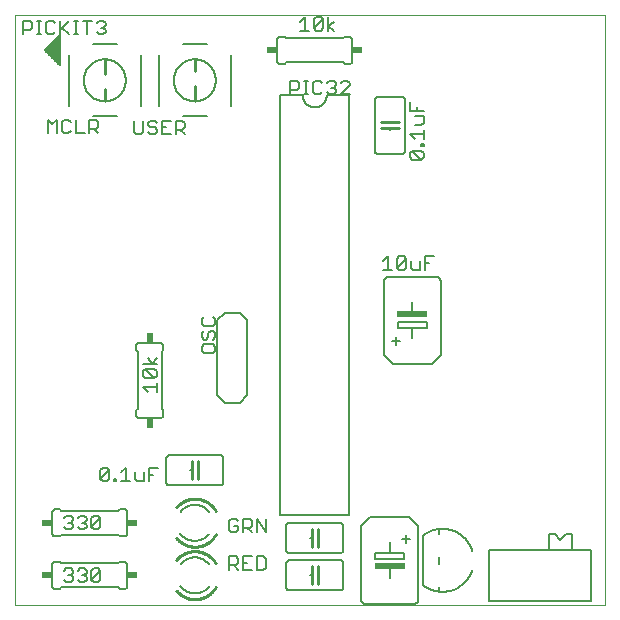
<source format=gto>
G75*
%MOIN*%
%OFA0B0*%
%FSLAX25Y25*%
%IPPOS*%
%LPD*%
%AMOC8*
5,1,8,0,0,1.08239X$1,22.5*
%
%ADD10C,0.00000*%
%ADD11C,0.00600*%
%ADD12C,0.01000*%
%ADD13R,0.10000X0.02000*%
%ADD14C,0.00500*%
%ADD15C,0.00800*%
%ADD16R,0.03400X0.02400*%
%ADD17R,0.02400X0.03400*%
D10*
X0001800Y0001800D02*
X0001800Y0198650D01*
X0198650Y0198650D01*
X0198650Y0001800D01*
X0001800Y0001800D01*
D11*
X0014300Y0008300D02*
X0014300Y0015300D01*
X0014302Y0015360D01*
X0014307Y0015421D01*
X0014316Y0015480D01*
X0014329Y0015539D01*
X0014345Y0015598D01*
X0014365Y0015655D01*
X0014388Y0015710D01*
X0014415Y0015765D01*
X0014444Y0015817D01*
X0014477Y0015868D01*
X0014513Y0015917D01*
X0014551Y0015963D01*
X0014593Y0016007D01*
X0014637Y0016049D01*
X0014683Y0016087D01*
X0014732Y0016123D01*
X0014783Y0016156D01*
X0014835Y0016185D01*
X0014890Y0016212D01*
X0014945Y0016235D01*
X0015002Y0016255D01*
X0015061Y0016271D01*
X0015120Y0016284D01*
X0015179Y0016293D01*
X0015240Y0016298D01*
X0015300Y0016300D01*
X0016800Y0016300D01*
X0017300Y0015800D01*
X0036300Y0015800D01*
X0036800Y0016300D01*
X0038300Y0016300D01*
X0038360Y0016298D01*
X0038421Y0016293D01*
X0038480Y0016284D01*
X0038539Y0016271D01*
X0038598Y0016255D01*
X0038655Y0016235D01*
X0038710Y0016212D01*
X0038765Y0016185D01*
X0038817Y0016156D01*
X0038868Y0016123D01*
X0038917Y0016087D01*
X0038963Y0016049D01*
X0039007Y0016007D01*
X0039049Y0015963D01*
X0039087Y0015917D01*
X0039123Y0015868D01*
X0039156Y0015817D01*
X0039185Y0015765D01*
X0039212Y0015710D01*
X0039235Y0015655D01*
X0039255Y0015598D01*
X0039271Y0015539D01*
X0039284Y0015480D01*
X0039293Y0015421D01*
X0039298Y0015360D01*
X0039300Y0015300D01*
X0039300Y0008300D01*
X0039298Y0008240D01*
X0039293Y0008179D01*
X0039284Y0008120D01*
X0039271Y0008061D01*
X0039255Y0008002D01*
X0039235Y0007945D01*
X0039212Y0007890D01*
X0039185Y0007835D01*
X0039156Y0007783D01*
X0039123Y0007732D01*
X0039087Y0007683D01*
X0039049Y0007637D01*
X0039007Y0007593D01*
X0038963Y0007551D01*
X0038917Y0007513D01*
X0038868Y0007477D01*
X0038817Y0007444D01*
X0038765Y0007415D01*
X0038710Y0007388D01*
X0038655Y0007365D01*
X0038598Y0007345D01*
X0038539Y0007329D01*
X0038480Y0007316D01*
X0038421Y0007307D01*
X0038360Y0007302D01*
X0038300Y0007300D01*
X0036800Y0007300D01*
X0036300Y0007800D01*
X0017300Y0007800D01*
X0016800Y0007300D01*
X0015300Y0007300D01*
X0015240Y0007302D01*
X0015179Y0007307D01*
X0015120Y0007316D01*
X0015061Y0007329D01*
X0015002Y0007345D01*
X0014945Y0007365D01*
X0014890Y0007388D01*
X0014835Y0007415D01*
X0014783Y0007444D01*
X0014732Y0007477D01*
X0014683Y0007513D01*
X0014637Y0007551D01*
X0014593Y0007593D01*
X0014551Y0007637D01*
X0014513Y0007683D01*
X0014477Y0007732D01*
X0014444Y0007783D01*
X0014415Y0007835D01*
X0014388Y0007890D01*
X0014365Y0007945D01*
X0014345Y0008002D01*
X0014329Y0008061D01*
X0014316Y0008120D01*
X0014307Y0008179D01*
X0014302Y0008240D01*
X0014300Y0008300D01*
X0015300Y0024800D02*
X0016800Y0024800D01*
X0017300Y0025300D01*
X0036300Y0025300D01*
X0036800Y0024800D01*
X0038300Y0024800D01*
X0038360Y0024802D01*
X0038421Y0024807D01*
X0038480Y0024816D01*
X0038539Y0024829D01*
X0038598Y0024845D01*
X0038655Y0024865D01*
X0038710Y0024888D01*
X0038765Y0024915D01*
X0038817Y0024944D01*
X0038868Y0024977D01*
X0038917Y0025013D01*
X0038963Y0025051D01*
X0039007Y0025093D01*
X0039049Y0025137D01*
X0039087Y0025183D01*
X0039123Y0025232D01*
X0039156Y0025283D01*
X0039185Y0025335D01*
X0039212Y0025390D01*
X0039235Y0025445D01*
X0039255Y0025502D01*
X0039271Y0025561D01*
X0039284Y0025620D01*
X0039293Y0025679D01*
X0039298Y0025740D01*
X0039300Y0025800D01*
X0039300Y0032800D01*
X0039298Y0032860D01*
X0039293Y0032921D01*
X0039284Y0032980D01*
X0039271Y0033039D01*
X0039255Y0033098D01*
X0039235Y0033155D01*
X0039212Y0033210D01*
X0039185Y0033265D01*
X0039156Y0033317D01*
X0039123Y0033368D01*
X0039087Y0033417D01*
X0039049Y0033463D01*
X0039007Y0033507D01*
X0038963Y0033549D01*
X0038917Y0033587D01*
X0038868Y0033623D01*
X0038817Y0033656D01*
X0038765Y0033685D01*
X0038710Y0033712D01*
X0038655Y0033735D01*
X0038598Y0033755D01*
X0038539Y0033771D01*
X0038480Y0033784D01*
X0038421Y0033793D01*
X0038360Y0033798D01*
X0038300Y0033800D01*
X0036800Y0033800D01*
X0036300Y0033300D01*
X0017300Y0033300D01*
X0016800Y0033800D01*
X0015300Y0033800D01*
X0015240Y0033798D01*
X0015179Y0033793D01*
X0015120Y0033784D01*
X0015061Y0033771D01*
X0015002Y0033755D01*
X0014945Y0033735D01*
X0014890Y0033712D01*
X0014835Y0033685D01*
X0014783Y0033656D01*
X0014732Y0033623D01*
X0014683Y0033587D01*
X0014637Y0033549D01*
X0014593Y0033507D01*
X0014551Y0033463D01*
X0014513Y0033417D01*
X0014477Y0033368D01*
X0014444Y0033317D01*
X0014415Y0033265D01*
X0014388Y0033210D01*
X0014365Y0033155D01*
X0014345Y0033098D01*
X0014329Y0033039D01*
X0014316Y0032980D01*
X0014307Y0032921D01*
X0014302Y0032860D01*
X0014300Y0032800D01*
X0014300Y0025800D01*
X0014302Y0025740D01*
X0014307Y0025679D01*
X0014316Y0025620D01*
X0014329Y0025561D01*
X0014345Y0025502D01*
X0014365Y0025445D01*
X0014388Y0025390D01*
X0014415Y0025335D01*
X0014444Y0025283D01*
X0014477Y0025232D01*
X0014513Y0025183D01*
X0014551Y0025137D01*
X0014593Y0025093D01*
X0014637Y0025051D01*
X0014683Y0025013D01*
X0014732Y0024977D01*
X0014783Y0024944D01*
X0014835Y0024915D01*
X0014890Y0024888D01*
X0014945Y0024865D01*
X0015002Y0024845D01*
X0015061Y0024829D01*
X0015120Y0024816D01*
X0015179Y0024807D01*
X0015240Y0024802D01*
X0015300Y0024800D01*
X0052300Y0042800D02*
X0052300Y0050800D01*
X0052302Y0050860D01*
X0052307Y0050921D01*
X0052316Y0050980D01*
X0052329Y0051039D01*
X0052345Y0051098D01*
X0052365Y0051155D01*
X0052388Y0051210D01*
X0052415Y0051265D01*
X0052444Y0051317D01*
X0052477Y0051368D01*
X0052513Y0051417D01*
X0052551Y0051463D01*
X0052593Y0051507D01*
X0052637Y0051549D01*
X0052683Y0051587D01*
X0052732Y0051623D01*
X0052783Y0051656D01*
X0052835Y0051685D01*
X0052890Y0051712D01*
X0052945Y0051735D01*
X0053002Y0051755D01*
X0053061Y0051771D01*
X0053120Y0051784D01*
X0053179Y0051793D01*
X0053240Y0051798D01*
X0053300Y0051800D01*
X0070300Y0051800D01*
X0070360Y0051798D01*
X0070421Y0051793D01*
X0070480Y0051784D01*
X0070539Y0051771D01*
X0070598Y0051755D01*
X0070655Y0051735D01*
X0070710Y0051712D01*
X0070765Y0051685D01*
X0070817Y0051656D01*
X0070868Y0051623D01*
X0070917Y0051587D01*
X0070963Y0051549D01*
X0071007Y0051507D01*
X0071049Y0051463D01*
X0071087Y0051417D01*
X0071123Y0051368D01*
X0071156Y0051317D01*
X0071185Y0051265D01*
X0071212Y0051210D01*
X0071235Y0051155D01*
X0071255Y0051098D01*
X0071271Y0051039D01*
X0071284Y0050980D01*
X0071293Y0050921D01*
X0071298Y0050860D01*
X0071300Y0050800D01*
X0071300Y0042800D01*
X0071298Y0042740D01*
X0071293Y0042679D01*
X0071284Y0042620D01*
X0071271Y0042561D01*
X0071255Y0042502D01*
X0071235Y0042445D01*
X0071212Y0042390D01*
X0071185Y0042335D01*
X0071156Y0042283D01*
X0071123Y0042232D01*
X0071087Y0042183D01*
X0071049Y0042137D01*
X0071007Y0042093D01*
X0070963Y0042051D01*
X0070917Y0042013D01*
X0070868Y0041977D01*
X0070817Y0041944D01*
X0070765Y0041915D01*
X0070710Y0041888D01*
X0070655Y0041865D01*
X0070598Y0041845D01*
X0070539Y0041829D01*
X0070480Y0041816D01*
X0070421Y0041807D01*
X0070360Y0041802D01*
X0070300Y0041800D01*
X0053300Y0041800D01*
X0053240Y0041802D01*
X0053179Y0041807D01*
X0053120Y0041816D01*
X0053061Y0041829D01*
X0053002Y0041845D01*
X0052945Y0041865D01*
X0052890Y0041888D01*
X0052835Y0041915D01*
X0052783Y0041944D01*
X0052732Y0041977D01*
X0052683Y0042013D01*
X0052637Y0042051D01*
X0052593Y0042093D01*
X0052551Y0042137D01*
X0052513Y0042183D01*
X0052477Y0042232D01*
X0052444Y0042283D01*
X0052415Y0042335D01*
X0052388Y0042390D01*
X0052365Y0042445D01*
X0052345Y0042502D01*
X0052329Y0042561D01*
X0052316Y0042620D01*
X0052307Y0042679D01*
X0052302Y0042740D01*
X0052300Y0042800D01*
X0060300Y0046800D02*
X0060800Y0046800D01*
X0062800Y0046800D02*
X0063300Y0046800D01*
X0050300Y0064300D02*
X0043300Y0064300D01*
X0043240Y0064302D01*
X0043179Y0064307D01*
X0043120Y0064316D01*
X0043061Y0064329D01*
X0043002Y0064345D01*
X0042945Y0064365D01*
X0042890Y0064388D01*
X0042835Y0064415D01*
X0042783Y0064444D01*
X0042732Y0064477D01*
X0042683Y0064513D01*
X0042637Y0064551D01*
X0042593Y0064593D01*
X0042551Y0064637D01*
X0042513Y0064683D01*
X0042477Y0064732D01*
X0042444Y0064783D01*
X0042415Y0064835D01*
X0042388Y0064890D01*
X0042365Y0064945D01*
X0042345Y0065002D01*
X0042329Y0065061D01*
X0042316Y0065120D01*
X0042307Y0065179D01*
X0042302Y0065240D01*
X0042300Y0065300D01*
X0042300Y0066800D01*
X0042800Y0067300D01*
X0042800Y0086300D01*
X0042300Y0086800D01*
X0042300Y0088300D01*
X0042302Y0088360D01*
X0042307Y0088421D01*
X0042316Y0088480D01*
X0042329Y0088539D01*
X0042345Y0088598D01*
X0042365Y0088655D01*
X0042388Y0088710D01*
X0042415Y0088765D01*
X0042444Y0088817D01*
X0042477Y0088868D01*
X0042513Y0088917D01*
X0042551Y0088963D01*
X0042593Y0089007D01*
X0042637Y0089049D01*
X0042683Y0089087D01*
X0042732Y0089123D01*
X0042783Y0089156D01*
X0042835Y0089185D01*
X0042890Y0089212D01*
X0042945Y0089235D01*
X0043002Y0089255D01*
X0043061Y0089271D01*
X0043120Y0089284D01*
X0043179Y0089293D01*
X0043240Y0089298D01*
X0043300Y0089300D01*
X0050300Y0089300D01*
X0050360Y0089298D01*
X0050421Y0089293D01*
X0050480Y0089284D01*
X0050539Y0089271D01*
X0050598Y0089255D01*
X0050655Y0089235D01*
X0050710Y0089212D01*
X0050765Y0089185D01*
X0050817Y0089156D01*
X0050868Y0089123D01*
X0050917Y0089087D01*
X0050963Y0089049D01*
X0051007Y0089007D01*
X0051049Y0088963D01*
X0051087Y0088917D01*
X0051123Y0088868D01*
X0051156Y0088817D01*
X0051185Y0088765D01*
X0051212Y0088710D01*
X0051235Y0088655D01*
X0051255Y0088598D01*
X0051271Y0088539D01*
X0051284Y0088480D01*
X0051293Y0088421D01*
X0051298Y0088360D01*
X0051300Y0088300D01*
X0051300Y0086800D01*
X0050800Y0086300D01*
X0050800Y0067300D01*
X0051300Y0066800D01*
X0051300Y0065300D01*
X0051298Y0065240D01*
X0051293Y0065179D01*
X0051284Y0065120D01*
X0051271Y0065061D01*
X0051255Y0065002D01*
X0051235Y0064945D01*
X0051212Y0064890D01*
X0051185Y0064835D01*
X0051156Y0064783D01*
X0051123Y0064732D01*
X0051087Y0064683D01*
X0051049Y0064637D01*
X0051007Y0064593D01*
X0050963Y0064551D01*
X0050917Y0064513D01*
X0050868Y0064477D01*
X0050817Y0064444D01*
X0050765Y0064415D01*
X0050710Y0064388D01*
X0050655Y0064365D01*
X0050598Y0064345D01*
X0050539Y0064329D01*
X0050480Y0064316D01*
X0050421Y0064307D01*
X0050360Y0064302D01*
X0050300Y0064300D01*
X0066600Y0025700D02*
X0066508Y0025581D01*
X0066414Y0025464D01*
X0066316Y0025350D01*
X0066216Y0025238D01*
X0066112Y0025128D01*
X0066007Y0025022D01*
X0065898Y0024917D01*
X0065787Y0024816D01*
X0065673Y0024718D01*
X0065557Y0024622D01*
X0065439Y0024529D01*
X0065318Y0024440D01*
X0065195Y0024353D01*
X0065070Y0024270D01*
X0064943Y0024189D01*
X0064814Y0024112D01*
X0064683Y0024038D01*
X0064550Y0023967D01*
X0064416Y0023900D01*
X0064280Y0023836D01*
X0064142Y0023776D01*
X0064003Y0023719D01*
X0063862Y0023666D01*
X0063720Y0023616D01*
X0063577Y0023569D01*
X0063433Y0023527D01*
X0063288Y0023487D01*
X0063142Y0023452D01*
X0062995Y0023420D01*
X0062847Y0023392D01*
X0062699Y0023368D01*
X0062550Y0023347D01*
X0062400Y0023330D01*
X0062251Y0023317D01*
X0062101Y0023308D01*
X0061950Y0023302D01*
X0061800Y0023300D01*
X0066536Y0032983D02*
X0066442Y0033102D01*
X0066344Y0033218D01*
X0066244Y0033332D01*
X0066140Y0033443D01*
X0066034Y0033551D01*
X0065926Y0033657D01*
X0065814Y0033759D01*
X0065700Y0033859D01*
X0065584Y0033957D01*
X0065465Y0034051D01*
X0065344Y0034142D01*
X0065220Y0034230D01*
X0065094Y0034315D01*
X0064967Y0034396D01*
X0064837Y0034475D01*
X0064705Y0034550D01*
X0064572Y0034621D01*
X0064436Y0034690D01*
X0064299Y0034755D01*
X0064161Y0034816D01*
X0064020Y0034874D01*
X0063879Y0034928D01*
X0063736Y0034979D01*
X0063592Y0035026D01*
X0063447Y0035070D01*
X0063300Y0035109D01*
X0063153Y0035145D01*
X0063005Y0035178D01*
X0062856Y0035206D01*
X0062706Y0035231D01*
X0062556Y0035252D01*
X0062406Y0035269D01*
X0062254Y0035283D01*
X0062103Y0035292D01*
X0061952Y0035298D01*
X0061800Y0035300D01*
X0056918Y0025813D02*
X0057009Y0025688D01*
X0057103Y0025566D01*
X0057201Y0025447D01*
X0057301Y0025330D01*
X0057405Y0025216D01*
X0057511Y0025104D01*
X0057620Y0024996D01*
X0057732Y0024890D01*
X0057847Y0024787D01*
X0057964Y0024687D01*
X0058084Y0024589D01*
X0058206Y0024496D01*
X0058330Y0024405D01*
X0058457Y0024317D01*
X0058586Y0024233D01*
X0058718Y0024152D01*
X0058851Y0024075D01*
X0058986Y0024001D01*
X0059123Y0023930D01*
X0059262Y0023863D01*
X0059402Y0023800D01*
X0059545Y0023740D01*
X0059688Y0023684D01*
X0059833Y0023632D01*
X0059979Y0023583D01*
X0060127Y0023538D01*
X0060275Y0023497D01*
X0060425Y0023460D01*
X0060575Y0023426D01*
X0060727Y0023397D01*
X0060879Y0023371D01*
X0061031Y0023349D01*
X0061184Y0023332D01*
X0061338Y0023318D01*
X0061492Y0023308D01*
X0061646Y0023302D01*
X0061800Y0023300D01*
X0057064Y0032983D02*
X0057158Y0033102D01*
X0057256Y0033218D01*
X0057356Y0033332D01*
X0057460Y0033443D01*
X0057566Y0033551D01*
X0057674Y0033657D01*
X0057786Y0033759D01*
X0057900Y0033859D01*
X0058016Y0033957D01*
X0058135Y0034051D01*
X0058256Y0034142D01*
X0058380Y0034230D01*
X0058506Y0034315D01*
X0058633Y0034396D01*
X0058763Y0034475D01*
X0058895Y0034550D01*
X0059028Y0034621D01*
X0059164Y0034690D01*
X0059301Y0034755D01*
X0059439Y0034816D01*
X0059580Y0034874D01*
X0059721Y0034928D01*
X0059864Y0034979D01*
X0060008Y0035026D01*
X0060153Y0035070D01*
X0060300Y0035109D01*
X0060447Y0035145D01*
X0060595Y0035178D01*
X0060744Y0035206D01*
X0060894Y0035231D01*
X0061044Y0035252D01*
X0061194Y0035269D01*
X0061346Y0035283D01*
X0061497Y0035292D01*
X0061648Y0035298D01*
X0061800Y0035300D01*
X0066600Y0008200D02*
X0066508Y0008081D01*
X0066414Y0007964D01*
X0066316Y0007850D01*
X0066216Y0007738D01*
X0066112Y0007628D01*
X0066007Y0007522D01*
X0065898Y0007417D01*
X0065787Y0007316D01*
X0065673Y0007218D01*
X0065557Y0007122D01*
X0065439Y0007029D01*
X0065318Y0006940D01*
X0065195Y0006853D01*
X0065070Y0006770D01*
X0064943Y0006689D01*
X0064814Y0006612D01*
X0064683Y0006538D01*
X0064550Y0006467D01*
X0064416Y0006400D01*
X0064280Y0006336D01*
X0064142Y0006276D01*
X0064003Y0006219D01*
X0063862Y0006166D01*
X0063720Y0006116D01*
X0063577Y0006069D01*
X0063433Y0006027D01*
X0063288Y0005987D01*
X0063142Y0005952D01*
X0062995Y0005920D01*
X0062847Y0005892D01*
X0062699Y0005868D01*
X0062550Y0005847D01*
X0062400Y0005830D01*
X0062251Y0005817D01*
X0062101Y0005808D01*
X0061950Y0005802D01*
X0061800Y0005800D01*
X0066536Y0015483D02*
X0066442Y0015602D01*
X0066344Y0015718D01*
X0066244Y0015832D01*
X0066140Y0015943D01*
X0066034Y0016051D01*
X0065926Y0016157D01*
X0065814Y0016259D01*
X0065700Y0016359D01*
X0065584Y0016457D01*
X0065465Y0016551D01*
X0065344Y0016642D01*
X0065220Y0016730D01*
X0065094Y0016815D01*
X0064967Y0016896D01*
X0064837Y0016975D01*
X0064705Y0017050D01*
X0064572Y0017121D01*
X0064436Y0017190D01*
X0064299Y0017255D01*
X0064161Y0017316D01*
X0064020Y0017374D01*
X0063879Y0017428D01*
X0063736Y0017479D01*
X0063592Y0017526D01*
X0063447Y0017570D01*
X0063300Y0017609D01*
X0063153Y0017645D01*
X0063005Y0017678D01*
X0062856Y0017706D01*
X0062706Y0017731D01*
X0062556Y0017752D01*
X0062406Y0017769D01*
X0062254Y0017783D01*
X0062103Y0017792D01*
X0061952Y0017798D01*
X0061800Y0017800D01*
X0056918Y0008313D02*
X0057009Y0008188D01*
X0057103Y0008066D01*
X0057201Y0007947D01*
X0057301Y0007830D01*
X0057405Y0007716D01*
X0057511Y0007604D01*
X0057620Y0007496D01*
X0057732Y0007390D01*
X0057847Y0007287D01*
X0057964Y0007187D01*
X0058084Y0007089D01*
X0058206Y0006996D01*
X0058330Y0006905D01*
X0058457Y0006817D01*
X0058586Y0006733D01*
X0058718Y0006652D01*
X0058851Y0006575D01*
X0058986Y0006501D01*
X0059123Y0006430D01*
X0059262Y0006363D01*
X0059402Y0006300D01*
X0059545Y0006240D01*
X0059688Y0006184D01*
X0059833Y0006132D01*
X0059979Y0006083D01*
X0060127Y0006038D01*
X0060275Y0005997D01*
X0060425Y0005960D01*
X0060575Y0005926D01*
X0060727Y0005897D01*
X0060879Y0005871D01*
X0061031Y0005849D01*
X0061184Y0005832D01*
X0061338Y0005818D01*
X0061492Y0005808D01*
X0061646Y0005802D01*
X0061800Y0005800D01*
X0057064Y0015483D02*
X0057158Y0015602D01*
X0057256Y0015718D01*
X0057356Y0015832D01*
X0057460Y0015943D01*
X0057566Y0016051D01*
X0057674Y0016157D01*
X0057786Y0016259D01*
X0057900Y0016359D01*
X0058016Y0016457D01*
X0058135Y0016551D01*
X0058256Y0016642D01*
X0058380Y0016730D01*
X0058506Y0016815D01*
X0058633Y0016896D01*
X0058763Y0016975D01*
X0058895Y0017050D01*
X0059028Y0017121D01*
X0059164Y0017190D01*
X0059301Y0017255D01*
X0059439Y0017316D01*
X0059580Y0017374D01*
X0059721Y0017428D01*
X0059864Y0017479D01*
X0060008Y0017526D01*
X0060153Y0017570D01*
X0060300Y0017609D01*
X0060447Y0017645D01*
X0060595Y0017678D01*
X0060744Y0017706D01*
X0060894Y0017731D01*
X0061044Y0017752D01*
X0061194Y0017769D01*
X0061346Y0017783D01*
X0061497Y0017792D01*
X0061648Y0017798D01*
X0061800Y0017800D01*
X0090300Y0031800D02*
X0113300Y0031800D01*
X0113300Y0171800D01*
X0105800Y0171800D01*
X0105798Y0171674D01*
X0105792Y0171549D01*
X0105782Y0171424D01*
X0105768Y0171299D01*
X0105751Y0171174D01*
X0105729Y0171050D01*
X0105704Y0170927D01*
X0105674Y0170805D01*
X0105641Y0170684D01*
X0105604Y0170564D01*
X0105564Y0170445D01*
X0105519Y0170328D01*
X0105471Y0170211D01*
X0105419Y0170097D01*
X0105364Y0169984D01*
X0105305Y0169873D01*
X0105243Y0169764D01*
X0105177Y0169657D01*
X0105108Y0169552D01*
X0105036Y0169449D01*
X0104961Y0169348D01*
X0104882Y0169250D01*
X0104800Y0169155D01*
X0104716Y0169062D01*
X0104628Y0168972D01*
X0104538Y0168884D01*
X0104445Y0168800D01*
X0104350Y0168718D01*
X0104252Y0168639D01*
X0104151Y0168564D01*
X0104048Y0168492D01*
X0103943Y0168423D01*
X0103836Y0168357D01*
X0103727Y0168295D01*
X0103616Y0168236D01*
X0103503Y0168181D01*
X0103389Y0168129D01*
X0103272Y0168081D01*
X0103155Y0168036D01*
X0103036Y0167996D01*
X0102916Y0167959D01*
X0102795Y0167926D01*
X0102673Y0167896D01*
X0102550Y0167871D01*
X0102426Y0167849D01*
X0102301Y0167832D01*
X0102176Y0167818D01*
X0102051Y0167808D01*
X0101926Y0167802D01*
X0101800Y0167800D01*
X0101674Y0167802D01*
X0101549Y0167808D01*
X0101424Y0167818D01*
X0101299Y0167832D01*
X0101174Y0167849D01*
X0101050Y0167871D01*
X0100927Y0167896D01*
X0100805Y0167926D01*
X0100684Y0167959D01*
X0100564Y0167996D01*
X0100445Y0168036D01*
X0100328Y0168081D01*
X0100211Y0168129D01*
X0100097Y0168181D01*
X0099984Y0168236D01*
X0099873Y0168295D01*
X0099764Y0168357D01*
X0099657Y0168423D01*
X0099552Y0168492D01*
X0099449Y0168564D01*
X0099348Y0168639D01*
X0099250Y0168718D01*
X0099155Y0168800D01*
X0099062Y0168884D01*
X0098972Y0168972D01*
X0098884Y0169062D01*
X0098800Y0169155D01*
X0098718Y0169250D01*
X0098639Y0169348D01*
X0098564Y0169449D01*
X0098492Y0169552D01*
X0098423Y0169657D01*
X0098357Y0169764D01*
X0098295Y0169873D01*
X0098236Y0169984D01*
X0098181Y0170097D01*
X0098129Y0170211D01*
X0098081Y0170328D01*
X0098036Y0170445D01*
X0097996Y0170564D01*
X0097959Y0170684D01*
X0097926Y0170805D01*
X0097896Y0170927D01*
X0097871Y0171050D01*
X0097849Y0171174D01*
X0097832Y0171299D01*
X0097818Y0171424D01*
X0097808Y0171549D01*
X0097802Y0171674D01*
X0097800Y0171800D01*
X0090300Y0171800D01*
X0090300Y0031800D01*
X0092300Y0028300D02*
X0092300Y0020300D01*
X0092302Y0020240D01*
X0092307Y0020179D01*
X0092316Y0020120D01*
X0092329Y0020061D01*
X0092345Y0020002D01*
X0092365Y0019945D01*
X0092388Y0019890D01*
X0092415Y0019835D01*
X0092444Y0019783D01*
X0092477Y0019732D01*
X0092513Y0019683D01*
X0092551Y0019637D01*
X0092593Y0019593D01*
X0092637Y0019551D01*
X0092683Y0019513D01*
X0092732Y0019477D01*
X0092783Y0019444D01*
X0092835Y0019415D01*
X0092890Y0019388D01*
X0092945Y0019365D01*
X0093002Y0019345D01*
X0093061Y0019329D01*
X0093120Y0019316D01*
X0093179Y0019307D01*
X0093240Y0019302D01*
X0093300Y0019300D01*
X0110300Y0019300D01*
X0110360Y0019302D01*
X0110421Y0019307D01*
X0110480Y0019316D01*
X0110539Y0019329D01*
X0110598Y0019345D01*
X0110655Y0019365D01*
X0110710Y0019388D01*
X0110765Y0019415D01*
X0110817Y0019444D01*
X0110868Y0019477D01*
X0110917Y0019513D01*
X0110963Y0019551D01*
X0111007Y0019593D01*
X0111049Y0019637D01*
X0111087Y0019683D01*
X0111123Y0019732D01*
X0111156Y0019783D01*
X0111185Y0019835D01*
X0111212Y0019890D01*
X0111235Y0019945D01*
X0111255Y0020002D01*
X0111271Y0020061D01*
X0111284Y0020120D01*
X0111293Y0020179D01*
X0111298Y0020240D01*
X0111300Y0020300D01*
X0111300Y0028300D01*
X0111298Y0028360D01*
X0111293Y0028421D01*
X0111284Y0028480D01*
X0111271Y0028539D01*
X0111255Y0028598D01*
X0111235Y0028655D01*
X0111212Y0028710D01*
X0111185Y0028765D01*
X0111156Y0028817D01*
X0111123Y0028868D01*
X0111087Y0028917D01*
X0111049Y0028963D01*
X0111007Y0029007D01*
X0110963Y0029049D01*
X0110917Y0029087D01*
X0110868Y0029123D01*
X0110817Y0029156D01*
X0110765Y0029185D01*
X0110710Y0029212D01*
X0110655Y0029235D01*
X0110598Y0029255D01*
X0110539Y0029271D01*
X0110480Y0029284D01*
X0110421Y0029293D01*
X0110360Y0029298D01*
X0110300Y0029300D01*
X0093300Y0029300D01*
X0093240Y0029298D01*
X0093179Y0029293D01*
X0093120Y0029284D01*
X0093061Y0029271D01*
X0093002Y0029255D01*
X0092945Y0029235D01*
X0092890Y0029212D01*
X0092835Y0029185D01*
X0092783Y0029156D01*
X0092732Y0029123D01*
X0092683Y0029087D01*
X0092637Y0029049D01*
X0092593Y0029007D01*
X0092551Y0028963D01*
X0092513Y0028917D01*
X0092477Y0028868D01*
X0092444Y0028817D01*
X0092415Y0028765D01*
X0092388Y0028710D01*
X0092365Y0028655D01*
X0092345Y0028598D01*
X0092329Y0028539D01*
X0092316Y0028480D01*
X0092307Y0028421D01*
X0092302Y0028360D01*
X0092300Y0028300D01*
X0100300Y0024300D02*
X0100800Y0024300D01*
X0102800Y0024300D02*
X0103300Y0024300D01*
X0110300Y0016800D02*
X0093300Y0016800D01*
X0093240Y0016798D01*
X0093179Y0016793D01*
X0093120Y0016784D01*
X0093061Y0016771D01*
X0093002Y0016755D01*
X0092945Y0016735D01*
X0092890Y0016712D01*
X0092835Y0016685D01*
X0092783Y0016656D01*
X0092732Y0016623D01*
X0092683Y0016587D01*
X0092637Y0016549D01*
X0092593Y0016507D01*
X0092551Y0016463D01*
X0092513Y0016417D01*
X0092477Y0016368D01*
X0092444Y0016317D01*
X0092415Y0016265D01*
X0092388Y0016210D01*
X0092365Y0016155D01*
X0092345Y0016098D01*
X0092329Y0016039D01*
X0092316Y0015980D01*
X0092307Y0015921D01*
X0092302Y0015860D01*
X0092300Y0015800D01*
X0092300Y0007800D01*
X0092302Y0007740D01*
X0092307Y0007679D01*
X0092316Y0007620D01*
X0092329Y0007561D01*
X0092345Y0007502D01*
X0092365Y0007445D01*
X0092388Y0007390D01*
X0092415Y0007335D01*
X0092444Y0007283D01*
X0092477Y0007232D01*
X0092513Y0007183D01*
X0092551Y0007137D01*
X0092593Y0007093D01*
X0092637Y0007051D01*
X0092683Y0007013D01*
X0092732Y0006977D01*
X0092783Y0006944D01*
X0092835Y0006915D01*
X0092890Y0006888D01*
X0092945Y0006865D01*
X0093002Y0006845D01*
X0093061Y0006829D01*
X0093120Y0006816D01*
X0093179Y0006807D01*
X0093240Y0006802D01*
X0093300Y0006800D01*
X0110300Y0006800D01*
X0110360Y0006802D01*
X0110421Y0006807D01*
X0110480Y0006816D01*
X0110539Y0006829D01*
X0110598Y0006845D01*
X0110655Y0006865D01*
X0110710Y0006888D01*
X0110765Y0006915D01*
X0110817Y0006944D01*
X0110868Y0006977D01*
X0110917Y0007013D01*
X0110963Y0007051D01*
X0111007Y0007093D01*
X0111049Y0007137D01*
X0111087Y0007183D01*
X0111123Y0007232D01*
X0111156Y0007283D01*
X0111185Y0007335D01*
X0111212Y0007390D01*
X0111235Y0007445D01*
X0111255Y0007502D01*
X0111271Y0007561D01*
X0111284Y0007620D01*
X0111293Y0007679D01*
X0111298Y0007740D01*
X0111300Y0007800D01*
X0111300Y0015800D01*
X0111298Y0015860D01*
X0111293Y0015921D01*
X0111284Y0015980D01*
X0111271Y0016039D01*
X0111255Y0016098D01*
X0111235Y0016155D01*
X0111212Y0016210D01*
X0111185Y0016265D01*
X0111156Y0016317D01*
X0111123Y0016368D01*
X0111087Y0016417D01*
X0111049Y0016463D01*
X0111007Y0016507D01*
X0110963Y0016549D01*
X0110917Y0016587D01*
X0110868Y0016623D01*
X0110817Y0016656D01*
X0110765Y0016685D01*
X0110710Y0016712D01*
X0110655Y0016735D01*
X0110598Y0016755D01*
X0110539Y0016771D01*
X0110480Y0016784D01*
X0110421Y0016793D01*
X0110360Y0016798D01*
X0110300Y0016800D01*
X0103300Y0011800D02*
X0102800Y0011800D01*
X0100800Y0011800D02*
X0100300Y0011800D01*
X0117300Y0003800D02*
X0117300Y0028300D01*
X0120300Y0031300D01*
X0133300Y0031300D01*
X0136300Y0028300D01*
X0136300Y0003800D01*
X0136298Y0003724D01*
X0136292Y0003648D01*
X0136283Y0003573D01*
X0136269Y0003498D01*
X0136252Y0003424D01*
X0136231Y0003351D01*
X0136207Y0003279D01*
X0136178Y0003208D01*
X0136147Y0003139D01*
X0136112Y0003072D01*
X0136073Y0003007D01*
X0136031Y0002943D01*
X0135986Y0002882D01*
X0135938Y0002823D01*
X0135887Y0002767D01*
X0135833Y0002713D01*
X0135777Y0002662D01*
X0135718Y0002614D01*
X0135657Y0002569D01*
X0135593Y0002527D01*
X0135528Y0002488D01*
X0135461Y0002453D01*
X0135392Y0002422D01*
X0135321Y0002393D01*
X0135249Y0002369D01*
X0135176Y0002348D01*
X0135102Y0002331D01*
X0135027Y0002317D01*
X0134952Y0002308D01*
X0134876Y0002302D01*
X0134800Y0002300D01*
X0118800Y0002300D01*
X0118724Y0002302D01*
X0118648Y0002308D01*
X0118573Y0002317D01*
X0118498Y0002331D01*
X0118424Y0002348D01*
X0118351Y0002369D01*
X0118279Y0002393D01*
X0118208Y0002422D01*
X0118139Y0002453D01*
X0118072Y0002488D01*
X0118007Y0002527D01*
X0117943Y0002569D01*
X0117882Y0002614D01*
X0117823Y0002662D01*
X0117767Y0002713D01*
X0117713Y0002767D01*
X0117662Y0002823D01*
X0117614Y0002882D01*
X0117569Y0002943D01*
X0117527Y0003007D01*
X0117488Y0003072D01*
X0117453Y0003139D01*
X0117422Y0003208D01*
X0117393Y0003279D01*
X0117369Y0003351D01*
X0117348Y0003424D01*
X0117331Y0003498D01*
X0117317Y0003573D01*
X0117308Y0003648D01*
X0117302Y0003724D01*
X0117300Y0003800D01*
X0126800Y0010800D02*
X0126800Y0014300D01*
X0126800Y0019300D02*
X0131600Y0019300D01*
X0131600Y0017300D01*
X0122000Y0017300D01*
X0122000Y0019300D01*
X0126800Y0019300D01*
X0126800Y0022800D01*
X0130900Y0023800D02*
X0133400Y0023800D01*
X0132200Y0022500D02*
X0132200Y0025100D01*
X0127800Y0082300D02*
X0140800Y0082300D01*
X0143800Y0085300D01*
X0143800Y0109800D01*
X0143798Y0109876D01*
X0143792Y0109952D01*
X0143783Y0110027D01*
X0143769Y0110102D01*
X0143752Y0110176D01*
X0143731Y0110249D01*
X0143707Y0110321D01*
X0143678Y0110392D01*
X0143647Y0110461D01*
X0143612Y0110528D01*
X0143573Y0110593D01*
X0143531Y0110657D01*
X0143486Y0110718D01*
X0143438Y0110777D01*
X0143387Y0110833D01*
X0143333Y0110887D01*
X0143277Y0110938D01*
X0143218Y0110986D01*
X0143157Y0111031D01*
X0143093Y0111073D01*
X0143028Y0111112D01*
X0142961Y0111147D01*
X0142892Y0111178D01*
X0142821Y0111207D01*
X0142749Y0111231D01*
X0142676Y0111252D01*
X0142602Y0111269D01*
X0142527Y0111283D01*
X0142452Y0111292D01*
X0142376Y0111298D01*
X0142300Y0111300D01*
X0126300Y0111300D01*
X0126224Y0111298D01*
X0126148Y0111292D01*
X0126073Y0111283D01*
X0125998Y0111269D01*
X0125924Y0111252D01*
X0125851Y0111231D01*
X0125779Y0111207D01*
X0125708Y0111178D01*
X0125639Y0111147D01*
X0125572Y0111112D01*
X0125507Y0111073D01*
X0125443Y0111031D01*
X0125382Y0110986D01*
X0125323Y0110938D01*
X0125267Y0110887D01*
X0125213Y0110833D01*
X0125162Y0110777D01*
X0125114Y0110718D01*
X0125069Y0110657D01*
X0125027Y0110593D01*
X0124988Y0110528D01*
X0124953Y0110461D01*
X0124922Y0110392D01*
X0124893Y0110321D01*
X0124869Y0110249D01*
X0124848Y0110176D01*
X0124831Y0110102D01*
X0124817Y0110027D01*
X0124808Y0109952D01*
X0124802Y0109876D01*
X0124800Y0109800D01*
X0124800Y0085300D01*
X0127800Y0082300D01*
X0128900Y0088500D02*
X0128900Y0091100D01*
X0127700Y0089800D02*
X0130200Y0089800D01*
X0134300Y0090800D02*
X0134300Y0094300D01*
X0129500Y0094300D01*
X0129500Y0096300D01*
X0139100Y0096300D01*
X0139100Y0094300D01*
X0134300Y0094300D01*
X0134300Y0099300D02*
X0134300Y0102800D01*
X0130800Y0152300D02*
X0122800Y0152300D01*
X0122740Y0152302D01*
X0122679Y0152307D01*
X0122620Y0152316D01*
X0122561Y0152329D01*
X0122502Y0152345D01*
X0122445Y0152365D01*
X0122390Y0152388D01*
X0122335Y0152415D01*
X0122283Y0152444D01*
X0122232Y0152477D01*
X0122183Y0152513D01*
X0122137Y0152551D01*
X0122093Y0152593D01*
X0122051Y0152637D01*
X0122013Y0152683D01*
X0121977Y0152732D01*
X0121944Y0152783D01*
X0121915Y0152835D01*
X0121888Y0152890D01*
X0121865Y0152945D01*
X0121845Y0153002D01*
X0121829Y0153061D01*
X0121816Y0153120D01*
X0121807Y0153179D01*
X0121802Y0153240D01*
X0121800Y0153300D01*
X0121800Y0170300D01*
X0121802Y0170360D01*
X0121807Y0170421D01*
X0121816Y0170480D01*
X0121829Y0170539D01*
X0121845Y0170598D01*
X0121865Y0170655D01*
X0121888Y0170710D01*
X0121915Y0170765D01*
X0121944Y0170817D01*
X0121977Y0170868D01*
X0122013Y0170917D01*
X0122051Y0170963D01*
X0122093Y0171007D01*
X0122137Y0171049D01*
X0122183Y0171087D01*
X0122232Y0171123D01*
X0122283Y0171156D01*
X0122335Y0171185D01*
X0122390Y0171212D01*
X0122445Y0171235D01*
X0122502Y0171255D01*
X0122561Y0171271D01*
X0122620Y0171284D01*
X0122679Y0171293D01*
X0122740Y0171298D01*
X0122800Y0171300D01*
X0130800Y0171300D01*
X0130860Y0171298D01*
X0130921Y0171293D01*
X0130980Y0171284D01*
X0131039Y0171271D01*
X0131098Y0171255D01*
X0131155Y0171235D01*
X0131210Y0171212D01*
X0131265Y0171185D01*
X0131317Y0171156D01*
X0131368Y0171123D01*
X0131417Y0171087D01*
X0131463Y0171049D01*
X0131507Y0171007D01*
X0131549Y0170963D01*
X0131587Y0170917D01*
X0131623Y0170868D01*
X0131656Y0170817D01*
X0131685Y0170765D01*
X0131712Y0170710D01*
X0131735Y0170655D01*
X0131755Y0170598D01*
X0131771Y0170539D01*
X0131784Y0170480D01*
X0131793Y0170421D01*
X0131798Y0170360D01*
X0131800Y0170300D01*
X0131800Y0153300D01*
X0131798Y0153240D01*
X0131793Y0153179D01*
X0131784Y0153120D01*
X0131771Y0153061D01*
X0131755Y0153002D01*
X0131735Y0152945D01*
X0131712Y0152890D01*
X0131685Y0152835D01*
X0131656Y0152783D01*
X0131623Y0152732D01*
X0131587Y0152683D01*
X0131549Y0152637D01*
X0131507Y0152593D01*
X0131463Y0152551D01*
X0131417Y0152513D01*
X0131368Y0152477D01*
X0131317Y0152444D01*
X0131265Y0152415D01*
X0131210Y0152388D01*
X0131155Y0152365D01*
X0131098Y0152345D01*
X0131039Y0152329D01*
X0130980Y0152316D01*
X0130921Y0152307D01*
X0130860Y0152302D01*
X0130800Y0152300D01*
X0126800Y0160300D02*
X0126800Y0160800D01*
X0126800Y0162800D02*
X0126800Y0163300D01*
X0113300Y0182300D02*
X0111800Y0182300D01*
X0111300Y0182800D01*
X0092300Y0182800D01*
X0091800Y0182300D01*
X0090300Y0182300D01*
X0090240Y0182302D01*
X0090179Y0182307D01*
X0090120Y0182316D01*
X0090061Y0182329D01*
X0090002Y0182345D01*
X0089945Y0182365D01*
X0089890Y0182388D01*
X0089835Y0182415D01*
X0089783Y0182444D01*
X0089732Y0182477D01*
X0089683Y0182513D01*
X0089637Y0182551D01*
X0089593Y0182593D01*
X0089551Y0182637D01*
X0089513Y0182683D01*
X0089477Y0182732D01*
X0089444Y0182783D01*
X0089415Y0182835D01*
X0089388Y0182890D01*
X0089365Y0182945D01*
X0089345Y0183002D01*
X0089329Y0183061D01*
X0089316Y0183120D01*
X0089307Y0183179D01*
X0089302Y0183240D01*
X0089300Y0183300D01*
X0089300Y0190300D01*
X0089302Y0190360D01*
X0089307Y0190421D01*
X0089316Y0190480D01*
X0089329Y0190539D01*
X0089345Y0190598D01*
X0089365Y0190655D01*
X0089388Y0190710D01*
X0089415Y0190765D01*
X0089444Y0190817D01*
X0089477Y0190868D01*
X0089513Y0190917D01*
X0089551Y0190963D01*
X0089593Y0191007D01*
X0089637Y0191049D01*
X0089683Y0191087D01*
X0089732Y0191123D01*
X0089783Y0191156D01*
X0089835Y0191185D01*
X0089890Y0191212D01*
X0089945Y0191235D01*
X0090002Y0191255D01*
X0090061Y0191271D01*
X0090120Y0191284D01*
X0090179Y0191293D01*
X0090240Y0191298D01*
X0090300Y0191300D01*
X0091800Y0191300D01*
X0092300Y0190800D01*
X0111300Y0190800D01*
X0111800Y0191300D01*
X0113300Y0191300D01*
X0113360Y0191298D01*
X0113421Y0191293D01*
X0113480Y0191284D01*
X0113539Y0191271D01*
X0113598Y0191255D01*
X0113655Y0191235D01*
X0113710Y0191212D01*
X0113765Y0191185D01*
X0113817Y0191156D01*
X0113868Y0191123D01*
X0113917Y0191087D01*
X0113963Y0191049D01*
X0114007Y0191007D01*
X0114049Y0190963D01*
X0114087Y0190917D01*
X0114123Y0190868D01*
X0114156Y0190817D01*
X0114185Y0190765D01*
X0114212Y0190710D01*
X0114235Y0190655D01*
X0114255Y0190598D01*
X0114271Y0190539D01*
X0114284Y0190480D01*
X0114293Y0190421D01*
X0114298Y0190360D01*
X0114300Y0190300D01*
X0114300Y0183300D01*
X0114298Y0183240D01*
X0114293Y0183179D01*
X0114284Y0183120D01*
X0114271Y0183061D01*
X0114255Y0183002D01*
X0114235Y0182945D01*
X0114212Y0182890D01*
X0114185Y0182835D01*
X0114156Y0182783D01*
X0114123Y0182732D01*
X0114087Y0182683D01*
X0114049Y0182637D01*
X0114007Y0182593D01*
X0113963Y0182551D01*
X0113917Y0182513D01*
X0113868Y0182477D01*
X0113817Y0182444D01*
X0113765Y0182415D01*
X0113710Y0182388D01*
X0113655Y0182365D01*
X0113598Y0182345D01*
X0113539Y0182329D01*
X0113480Y0182316D01*
X0113421Y0182307D01*
X0113360Y0182302D01*
X0113300Y0182300D01*
D12*
X0123800Y0162800D02*
X0126800Y0162800D01*
X0129800Y0162800D01*
X0129800Y0160800D02*
X0126800Y0160800D01*
X0123800Y0160800D01*
X0061800Y0169800D02*
X0061800Y0174800D01*
X0061800Y0179800D02*
X0061800Y0183800D01*
X0031800Y0183800D02*
X0031800Y0178800D01*
X0031800Y0173800D02*
X0031800Y0169800D01*
X0060800Y0049800D02*
X0060800Y0046800D01*
X0060800Y0043800D01*
X0062800Y0043800D02*
X0062800Y0046800D01*
X0062800Y0049800D01*
X0061800Y0037300D02*
X0061995Y0037298D01*
X0062191Y0037290D01*
X0062386Y0037278D01*
X0062581Y0037262D01*
X0062776Y0037240D01*
X0062970Y0037214D01*
X0063163Y0037183D01*
X0063355Y0037147D01*
X0063547Y0037107D01*
X0063737Y0037062D01*
X0063926Y0037012D01*
X0064114Y0036958D01*
X0064301Y0036899D01*
X0064486Y0036836D01*
X0064669Y0036768D01*
X0064851Y0036695D01*
X0065031Y0036619D01*
X0065209Y0036537D01*
X0065385Y0036452D01*
X0065559Y0036362D01*
X0065730Y0036268D01*
X0065900Y0036170D01*
X0066066Y0036067D01*
X0066231Y0035961D01*
X0066392Y0035851D01*
X0066551Y0035737D01*
X0066707Y0035618D01*
X0066860Y0035497D01*
X0067010Y0035371D01*
X0067157Y0035242D01*
X0067301Y0035109D01*
X0067441Y0034973D01*
X0067578Y0034833D01*
X0067712Y0034690D01*
X0067842Y0034544D01*
X0067968Y0034395D01*
X0068091Y0034242D01*
X0068210Y0034087D01*
X0068325Y0033929D01*
X0068436Y0033768D01*
X0068543Y0033604D01*
X0068647Y0033438D01*
X0068746Y0033269D01*
X0061800Y0021300D02*
X0061605Y0021302D01*
X0061411Y0021309D01*
X0061217Y0021321D01*
X0061023Y0021338D01*
X0060829Y0021359D01*
X0060636Y0021385D01*
X0060444Y0021416D01*
X0060252Y0021451D01*
X0060062Y0021491D01*
X0059872Y0021536D01*
X0059684Y0021585D01*
X0059497Y0021639D01*
X0059311Y0021697D01*
X0059127Y0021760D01*
X0058944Y0021827D01*
X0058763Y0021899D01*
X0058584Y0021975D01*
X0058407Y0022055D01*
X0058232Y0022140D01*
X0058058Y0022229D01*
X0057888Y0022322D01*
X0057719Y0022419D01*
X0057553Y0022521D01*
X0057389Y0022626D01*
X0057228Y0022735D01*
X0057069Y0022848D01*
X0056914Y0022965D01*
X0056761Y0023086D01*
X0056612Y0023211D01*
X0056465Y0023339D01*
X0056321Y0023470D01*
X0056181Y0023605D01*
X0056044Y0023744D01*
X0055911Y0023885D01*
X0055781Y0024030D01*
X0055654Y0024178D01*
X0061800Y0021300D02*
X0061992Y0021302D01*
X0062184Y0021309D01*
X0062376Y0021321D01*
X0062568Y0021337D01*
X0062759Y0021358D01*
X0062949Y0021383D01*
X0063139Y0021413D01*
X0063328Y0021447D01*
X0063516Y0021486D01*
X0063703Y0021530D01*
X0063889Y0021578D01*
X0064074Y0021630D01*
X0064258Y0021687D01*
X0064440Y0021748D01*
X0064620Y0021814D01*
X0064799Y0021884D01*
X0064977Y0021958D01*
X0065152Y0022036D01*
X0065326Y0022119D01*
X0065497Y0022206D01*
X0065666Y0022296D01*
X0065833Y0022391D01*
X0065998Y0022490D01*
X0066161Y0022593D01*
X0066320Y0022700D01*
X0066478Y0022810D01*
X0066632Y0022924D01*
X0066784Y0023042D01*
X0066933Y0023164D01*
X0067079Y0023289D01*
X0067221Y0023417D01*
X0067361Y0023549D01*
X0067498Y0023684D01*
X0067631Y0023823D01*
X0067761Y0023964D01*
X0067887Y0024109D01*
X0068010Y0024257D01*
X0068129Y0024407D01*
X0068245Y0024561D01*
X0068357Y0024717D01*
X0068465Y0024876D01*
X0068570Y0025037D01*
X0068670Y0025201D01*
X0068766Y0025367D01*
X0068859Y0025535D01*
X0061800Y0037300D02*
X0061607Y0037298D01*
X0061414Y0037291D01*
X0061222Y0037279D01*
X0061029Y0037263D01*
X0060837Y0037242D01*
X0060646Y0037216D01*
X0060456Y0037186D01*
X0060266Y0037151D01*
X0060077Y0037112D01*
X0059889Y0037068D01*
X0059702Y0037020D01*
X0059516Y0036967D01*
X0059332Y0036910D01*
X0059149Y0036848D01*
X0058968Y0036782D01*
X0058788Y0036711D01*
X0058610Y0036637D01*
X0058434Y0036558D01*
X0058260Y0036474D01*
X0058088Y0036387D01*
X0057918Y0036295D01*
X0057751Y0036199D01*
X0057585Y0036100D01*
X0057422Y0035996D01*
X0057262Y0035889D01*
X0057105Y0035777D01*
X0056950Y0035662D01*
X0056798Y0035543D01*
X0056649Y0035421D01*
X0056502Y0035295D01*
X0056359Y0035165D01*
X0056219Y0035032D01*
X0056083Y0034896D01*
X0055949Y0034756D01*
X0055820Y0034614D01*
X0055693Y0034468D01*
X0068859Y0008035D02*
X0068766Y0007867D01*
X0068670Y0007701D01*
X0068570Y0007537D01*
X0068465Y0007376D01*
X0068357Y0007217D01*
X0068245Y0007061D01*
X0068129Y0006907D01*
X0068010Y0006757D01*
X0067887Y0006609D01*
X0067761Y0006464D01*
X0067631Y0006323D01*
X0067498Y0006184D01*
X0067361Y0006049D01*
X0067221Y0005917D01*
X0067079Y0005789D01*
X0066933Y0005664D01*
X0066784Y0005542D01*
X0066632Y0005424D01*
X0066478Y0005310D01*
X0066320Y0005200D01*
X0066161Y0005093D01*
X0065998Y0004990D01*
X0065833Y0004891D01*
X0065666Y0004796D01*
X0065497Y0004706D01*
X0065326Y0004619D01*
X0065152Y0004536D01*
X0064977Y0004458D01*
X0064799Y0004384D01*
X0064620Y0004314D01*
X0064440Y0004248D01*
X0064258Y0004187D01*
X0064074Y0004130D01*
X0063889Y0004078D01*
X0063703Y0004030D01*
X0063516Y0003986D01*
X0063328Y0003947D01*
X0063139Y0003913D01*
X0062949Y0003883D01*
X0062759Y0003858D01*
X0062568Y0003837D01*
X0062376Y0003821D01*
X0062184Y0003809D01*
X0061992Y0003802D01*
X0061800Y0003800D01*
X0068746Y0015769D02*
X0068647Y0015938D01*
X0068543Y0016104D01*
X0068436Y0016268D01*
X0068325Y0016429D01*
X0068210Y0016587D01*
X0068091Y0016742D01*
X0067968Y0016895D01*
X0067842Y0017044D01*
X0067712Y0017190D01*
X0067578Y0017333D01*
X0067441Y0017473D01*
X0067301Y0017609D01*
X0067157Y0017742D01*
X0067010Y0017871D01*
X0066860Y0017997D01*
X0066707Y0018118D01*
X0066551Y0018237D01*
X0066392Y0018351D01*
X0066231Y0018461D01*
X0066066Y0018567D01*
X0065900Y0018670D01*
X0065730Y0018768D01*
X0065559Y0018862D01*
X0065385Y0018952D01*
X0065209Y0019037D01*
X0065031Y0019119D01*
X0064851Y0019195D01*
X0064669Y0019268D01*
X0064486Y0019336D01*
X0064301Y0019399D01*
X0064114Y0019458D01*
X0063926Y0019512D01*
X0063737Y0019562D01*
X0063547Y0019607D01*
X0063355Y0019647D01*
X0063163Y0019683D01*
X0062970Y0019714D01*
X0062776Y0019740D01*
X0062581Y0019762D01*
X0062386Y0019778D01*
X0062191Y0019790D01*
X0061995Y0019798D01*
X0061800Y0019800D01*
X0061607Y0019798D01*
X0061414Y0019791D01*
X0061222Y0019779D01*
X0061029Y0019763D01*
X0060837Y0019742D01*
X0060646Y0019716D01*
X0060456Y0019686D01*
X0060266Y0019651D01*
X0060077Y0019612D01*
X0059889Y0019568D01*
X0059702Y0019520D01*
X0059516Y0019467D01*
X0059332Y0019410D01*
X0059149Y0019348D01*
X0058968Y0019282D01*
X0058788Y0019211D01*
X0058610Y0019137D01*
X0058434Y0019058D01*
X0058260Y0018974D01*
X0058088Y0018887D01*
X0057918Y0018795D01*
X0057751Y0018699D01*
X0057585Y0018600D01*
X0057422Y0018496D01*
X0057262Y0018389D01*
X0057105Y0018277D01*
X0056950Y0018162D01*
X0056798Y0018043D01*
X0056649Y0017921D01*
X0056502Y0017795D01*
X0056359Y0017665D01*
X0056219Y0017532D01*
X0056083Y0017396D01*
X0055949Y0017256D01*
X0055820Y0017114D01*
X0055693Y0016968D01*
X0055654Y0006678D02*
X0055781Y0006530D01*
X0055911Y0006385D01*
X0056044Y0006244D01*
X0056181Y0006105D01*
X0056321Y0005970D01*
X0056465Y0005839D01*
X0056612Y0005711D01*
X0056761Y0005586D01*
X0056914Y0005465D01*
X0057069Y0005348D01*
X0057228Y0005235D01*
X0057389Y0005126D01*
X0057553Y0005021D01*
X0057719Y0004919D01*
X0057888Y0004822D01*
X0058058Y0004729D01*
X0058232Y0004640D01*
X0058407Y0004555D01*
X0058584Y0004475D01*
X0058763Y0004399D01*
X0058944Y0004327D01*
X0059127Y0004260D01*
X0059311Y0004197D01*
X0059497Y0004139D01*
X0059684Y0004085D01*
X0059872Y0004036D01*
X0060062Y0003991D01*
X0060252Y0003951D01*
X0060444Y0003916D01*
X0060636Y0003885D01*
X0060829Y0003859D01*
X0061023Y0003838D01*
X0061217Y0003821D01*
X0061411Y0003809D01*
X0061605Y0003802D01*
X0061800Y0003800D01*
X0100800Y0008800D02*
X0100800Y0011800D01*
X0100800Y0014800D01*
X0102800Y0014800D02*
X0102800Y0011800D01*
X0102800Y0008800D01*
X0102800Y0021300D02*
X0102800Y0024300D01*
X0102800Y0027300D01*
X0100800Y0027300D02*
X0100800Y0024300D01*
X0100800Y0021300D01*
D13*
X0126800Y0014800D03*
X0134300Y0098800D03*
D14*
X0134593Y0113550D02*
X0136845Y0113550D01*
X0136845Y0116553D01*
X0138446Y0115802D02*
X0139947Y0115802D01*
X0138446Y0113550D02*
X0138446Y0118054D01*
X0141449Y0118054D01*
X0133842Y0116553D02*
X0133842Y0114301D01*
X0134593Y0113550D01*
X0132241Y0114301D02*
X0131490Y0113550D01*
X0129989Y0113550D01*
X0129238Y0114301D01*
X0132241Y0117303D01*
X0132241Y0114301D01*
X0129238Y0114301D02*
X0129238Y0117303D01*
X0129989Y0118054D01*
X0131490Y0118054D01*
X0132241Y0117303D01*
X0127637Y0113550D02*
X0124634Y0113550D01*
X0126136Y0113550D02*
X0126136Y0118054D01*
X0124634Y0116553D01*
X0134297Y0150332D02*
X0133546Y0151083D01*
X0133546Y0152584D01*
X0134297Y0153335D01*
X0137299Y0150332D01*
X0138050Y0151083D01*
X0138050Y0152584D01*
X0137299Y0153335D01*
X0134297Y0153335D01*
X0134297Y0150332D02*
X0137299Y0150332D01*
X0137299Y0154936D02*
X0137299Y0155687D01*
X0138050Y0155687D01*
X0138050Y0154936D01*
X0137299Y0154936D01*
X0138050Y0157238D02*
X0138050Y0160241D01*
X0138050Y0158739D02*
X0133546Y0158739D01*
X0135047Y0157238D01*
X0135047Y0161842D02*
X0137299Y0161842D01*
X0138050Y0162593D01*
X0138050Y0164845D01*
X0135047Y0164845D01*
X0135798Y0166446D02*
X0135798Y0167947D01*
X0133546Y0166446D02*
X0133546Y0169449D01*
X0133546Y0166446D02*
X0138050Y0166446D01*
X0113434Y0172050D02*
X0110431Y0172050D01*
X0113434Y0175053D01*
X0113434Y0175803D01*
X0112683Y0176554D01*
X0111182Y0176554D01*
X0110431Y0175803D01*
X0108830Y0175803D02*
X0108830Y0175053D01*
X0108079Y0174302D01*
X0108830Y0173551D01*
X0108830Y0172801D01*
X0108079Y0172050D01*
X0106578Y0172050D01*
X0105827Y0172801D01*
X0104226Y0172801D02*
X0103475Y0172050D01*
X0101974Y0172050D01*
X0101223Y0172801D01*
X0101223Y0175803D01*
X0101974Y0176554D01*
X0103475Y0176554D01*
X0104226Y0175803D01*
X0105827Y0175803D02*
X0106578Y0176554D01*
X0108079Y0176554D01*
X0108830Y0175803D01*
X0108079Y0174302D02*
X0107328Y0174302D01*
X0099655Y0176554D02*
X0098154Y0176554D01*
X0098905Y0176554D02*
X0098905Y0172050D01*
X0099655Y0172050D02*
X0098154Y0172050D01*
X0096553Y0174302D02*
X0095802Y0173551D01*
X0093550Y0173551D01*
X0093550Y0172050D02*
X0093550Y0176554D01*
X0095802Y0176554D01*
X0096553Y0175803D01*
X0096553Y0174302D01*
X0096900Y0193300D02*
X0099903Y0193300D01*
X0098401Y0193300D02*
X0098401Y0197804D01*
X0096900Y0196303D01*
X0101504Y0197053D02*
X0101504Y0194051D01*
X0104506Y0197053D01*
X0104506Y0194051D01*
X0103756Y0193300D01*
X0102255Y0193300D01*
X0101504Y0194051D01*
X0101504Y0197053D02*
X0102255Y0197804D01*
X0103756Y0197804D01*
X0104506Y0197053D01*
X0106108Y0197804D02*
X0106108Y0193300D01*
X0106108Y0194801D02*
X0108360Y0196303D01*
X0106108Y0194801D02*
X0108360Y0193300D01*
X0058406Y0162553D02*
X0058406Y0161052D01*
X0057656Y0160301D01*
X0055404Y0160301D01*
X0055404Y0158800D02*
X0055404Y0163304D01*
X0057656Y0163304D01*
X0058406Y0162553D01*
X0056905Y0160301D02*
X0058406Y0158800D01*
X0053803Y0158800D02*
X0050800Y0158800D01*
X0050800Y0163304D01*
X0053803Y0163304D01*
X0052301Y0161052D02*
X0050800Y0161052D01*
X0049199Y0160301D02*
X0049199Y0159551D01*
X0048448Y0158800D01*
X0046947Y0158800D01*
X0046196Y0159551D01*
X0044595Y0159551D02*
X0044595Y0163304D01*
X0046196Y0162553D02*
X0046196Y0161803D01*
X0046947Y0161052D01*
X0048448Y0161052D01*
X0049199Y0160301D01*
X0049199Y0162553D02*
X0048448Y0163304D01*
X0046947Y0163304D01*
X0046196Y0162553D01*
X0044595Y0159551D02*
X0043844Y0158800D01*
X0042343Y0158800D01*
X0041592Y0159551D01*
X0041592Y0163304D01*
X0029656Y0162803D02*
X0029656Y0161302D01*
X0028906Y0160551D01*
X0026654Y0160551D01*
X0026654Y0159050D02*
X0026654Y0163554D01*
X0028906Y0163554D01*
X0029656Y0162803D01*
X0028155Y0160551D02*
X0029656Y0159050D01*
X0025053Y0159050D02*
X0022050Y0159050D01*
X0022050Y0163554D01*
X0020449Y0162803D02*
X0019698Y0163554D01*
X0018197Y0163554D01*
X0017446Y0162803D01*
X0017446Y0159801D01*
X0018197Y0159050D01*
X0019698Y0159050D01*
X0020449Y0159801D01*
X0015845Y0159050D02*
X0015845Y0163554D01*
X0014343Y0162053D01*
X0012842Y0163554D01*
X0012842Y0159050D01*
X0016800Y0181800D02*
X0011800Y0186800D01*
X0016800Y0191800D01*
X0016800Y0181800D01*
X0016800Y0182261D02*
X0016339Y0182261D01*
X0016800Y0182760D02*
X0015840Y0182760D01*
X0015342Y0183258D02*
X0016800Y0183258D01*
X0016800Y0183757D02*
X0014843Y0183757D01*
X0014345Y0184255D02*
X0016800Y0184255D01*
X0016800Y0184754D02*
X0013846Y0184754D01*
X0013348Y0185252D02*
X0016800Y0185252D01*
X0016800Y0185751D02*
X0012849Y0185751D01*
X0012351Y0186249D02*
X0016800Y0186249D01*
X0016800Y0186748D02*
X0011852Y0186748D01*
X0012246Y0187246D02*
X0016800Y0187246D01*
X0016800Y0187745D02*
X0012745Y0187745D01*
X0013243Y0188243D02*
X0016800Y0188243D01*
X0016800Y0188742D02*
X0013742Y0188742D01*
X0014240Y0189240D02*
X0016800Y0189240D01*
X0016800Y0189739D02*
X0014739Y0189739D01*
X0015237Y0190237D02*
X0016800Y0190237D01*
X0016800Y0190736D02*
X0015736Y0190736D01*
X0016234Y0191234D02*
X0016800Y0191234D01*
X0016800Y0191733D02*
X0016733Y0191733D01*
X0016827Y0192050D02*
X0016827Y0196554D01*
X0015226Y0195803D02*
X0014475Y0196554D01*
X0012974Y0196554D01*
X0012223Y0195803D01*
X0012223Y0192801D01*
X0012974Y0192050D01*
X0014475Y0192050D01*
X0015226Y0192801D01*
X0016827Y0193551D02*
X0019830Y0196554D01*
X0021431Y0196554D02*
X0022932Y0196554D01*
X0022182Y0196554D02*
X0022182Y0192050D01*
X0022932Y0192050D02*
X0021431Y0192050D01*
X0019830Y0192050D02*
X0017578Y0194302D01*
X0010655Y0196554D02*
X0009154Y0196554D01*
X0009905Y0196554D02*
X0009905Y0192050D01*
X0010655Y0192050D02*
X0009154Y0192050D01*
X0007553Y0194302D02*
X0006802Y0193551D01*
X0004550Y0193551D01*
X0004550Y0192050D02*
X0004550Y0196554D01*
X0006802Y0196554D01*
X0007553Y0195803D01*
X0007553Y0194302D01*
X0024500Y0196554D02*
X0027503Y0196554D01*
X0026002Y0196554D02*
X0026002Y0192050D01*
X0029104Y0192801D02*
X0029855Y0192050D01*
X0031356Y0192050D01*
X0032107Y0192801D01*
X0032107Y0193551D01*
X0031356Y0194302D01*
X0030606Y0194302D01*
X0031356Y0194302D02*
X0032107Y0195053D01*
X0032107Y0195803D01*
X0031356Y0196554D01*
X0029855Y0196554D01*
X0029104Y0195803D01*
X0064797Y0097949D02*
X0064046Y0097198D01*
X0064046Y0095697D01*
X0064797Y0094946D01*
X0067799Y0094946D01*
X0068550Y0095697D01*
X0068550Y0097198D01*
X0067799Y0097949D01*
X0067799Y0093345D02*
X0068550Y0092594D01*
X0068550Y0091093D01*
X0067799Y0090342D01*
X0067799Y0088741D02*
X0064797Y0088741D01*
X0064046Y0087990D01*
X0064046Y0086489D01*
X0064797Y0085738D01*
X0067799Y0085738D01*
X0068550Y0086489D01*
X0068550Y0087990D01*
X0067799Y0088741D01*
X0065547Y0090342D02*
X0066298Y0091093D01*
X0066298Y0092594D01*
X0067049Y0093345D01*
X0067799Y0093345D01*
X0064797Y0093345D02*
X0064046Y0092594D01*
X0064046Y0091093D01*
X0064797Y0090342D01*
X0065547Y0090342D01*
X0049050Y0084365D02*
X0047549Y0082113D01*
X0046047Y0084365D01*
X0044546Y0082113D02*
X0049050Y0082113D01*
X0048299Y0080512D02*
X0049050Y0079761D01*
X0049050Y0078260D01*
X0048299Y0077509D01*
X0045297Y0080512D01*
X0048299Y0080512D01*
X0045297Y0080512D02*
X0044546Y0079761D01*
X0044546Y0078260D01*
X0045297Y0077509D01*
X0048299Y0077509D01*
X0049050Y0075908D02*
X0049050Y0072906D01*
X0049050Y0074407D02*
X0044546Y0074407D01*
X0046047Y0072906D01*
X0046446Y0047554D02*
X0049449Y0047554D01*
X0047947Y0045302D02*
X0046446Y0045302D01*
X0044845Y0046053D02*
X0044845Y0043050D01*
X0042593Y0043050D01*
X0041842Y0043801D01*
X0041842Y0046053D01*
X0040241Y0043050D02*
X0037238Y0043050D01*
X0038739Y0043050D02*
X0038739Y0047554D01*
X0037238Y0046053D01*
X0035687Y0043801D02*
X0035687Y0043050D01*
X0034936Y0043050D01*
X0034936Y0043801D01*
X0035687Y0043801D01*
X0033335Y0043801D02*
X0032584Y0043050D01*
X0031083Y0043050D01*
X0030332Y0043801D01*
X0033335Y0046803D01*
X0033335Y0043801D01*
X0030332Y0043801D02*
X0030332Y0046803D01*
X0031083Y0047554D01*
X0032584Y0047554D01*
X0033335Y0046803D01*
X0046446Y0047554D02*
X0046446Y0043050D01*
X0030360Y0030803D02*
X0030360Y0027801D01*
X0029610Y0027050D01*
X0028108Y0027050D01*
X0027358Y0027801D01*
X0030360Y0030803D01*
X0029610Y0031554D01*
X0028108Y0031554D01*
X0027358Y0030803D01*
X0027358Y0027801D01*
X0025756Y0027801D02*
X0025756Y0028551D01*
X0025006Y0029302D01*
X0024255Y0029302D01*
X0025006Y0029302D02*
X0025756Y0030053D01*
X0025756Y0030803D01*
X0025006Y0031554D01*
X0023505Y0031554D01*
X0022754Y0030803D01*
X0021153Y0030803D02*
X0021153Y0030053D01*
X0020402Y0029302D01*
X0021153Y0028551D01*
X0021153Y0027801D01*
X0020402Y0027050D01*
X0018901Y0027050D01*
X0018150Y0027801D01*
X0019651Y0029302D02*
X0020402Y0029302D01*
X0021153Y0030803D02*
X0020402Y0031554D01*
X0018901Y0031554D01*
X0018150Y0030803D01*
X0022754Y0027801D02*
X0023505Y0027050D01*
X0025006Y0027050D01*
X0025756Y0027801D01*
X0025006Y0014054D02*
X0023505Y0014054D01*
X0022754Y0013303D01*
X0021153Y0013303D02*
X0021153Y0012553D01*
X0020402Y0011802D01*
X0021153Y0011051D01*
X0021153Y0010301D01*
X0020402Y0009550D01*
X0018901Y0009550D01*
X0018150Y0010301D01*
X0019651Y0011802D02*
X0020402Y0011802D01*
X0021153Y0013303D02*
X0020402Y0014054D01*
X0018901Y0014054D01*
X0018150Y0013303D01*
X0022754Y0010301D02*
X0023505Y0009550D01*
X0025006Y0009550D01*
X0025756Y0010301D01*
X0025756Y0011051D01*
X0025006Y0011802D01*
X0024255Y0011802D01*
X0025006Y0011802D02*
X0025756Y0012553D01*
X0025756Y0013303D01*
X0025006Y0014054D01*
X0027358Y0013303D02*
X0027358Y0010301D01*
X0030360Y0013303D01*
X0030360Y0010301D01*
X0029610Y0009550D01*
X0028108Y0009550D01*
X0027358Y0010301D01*
X0027358Y0013303D02*
X0028108Y0014054D01*
X0029610Y0014054D01*
X0030360Y0013303D01*
X0073238Y0013550D02*
X0073238Y0018054D01*
X0075490Y0018054D01*
X0076241Y0017303D01*
X0076241Y0015802D01*
X0075490Y0015051D01*
X0073238Y0015051D01*
X0074739Y0015051D02*
X0076241Y0013550D01*
X0077842Y0013550D02*
X0080845Y0013550D01*
X0082446Y0013550D02*
X0084698Y0013550D01*
X0085449Y0014301D01*
X0085449Y0017303D01*
X0084698Y0018054D01*
X0082446Y0018054D01*
X0082446Y0013550D01*
X0079343Y0015802D02*
X0077842Y0015802D01*
X0077842Y0018054D02*
X0077842Y0013550D01*
X0077842Y0018054D02*
X0080845Y0018054D01*
X0080845Y0026050D02*
X0079343Y0027551D01*
X0080094Y0027551D02*
X0077842Y0027551D01*
X0077842Y0026050D02*
X0077842Y0030554D01*
X0080094Y0030554D01*
X0080845Y0029803D01*
X0080845Y0028302D01*
X0080094Y0027551D01*
X0082446Y0026050D02*
X0082446Y0030554D01*
X0085449Y0026050D01*
X0085449Y0030554D01*
X0076241Y0029803D02*
X0075490Y0030554D01*
X0073989Y0030554D01*
X0073238Y0029803D01*
X0073238Y0026801D01*
X0073989Y0026050D01*
X0075490Y0026050D01*
X0076241Y0026801D01*
X0076241Y0028302D01*
X0074739Y0028302D01*
X0137800Y0025046D02*
X0137800Y0008554D01*
X0143300Y0007927D02*
X0143300Y0006348D01*
X0143300Y0015673D02*
X0143300Y0017927D01*
X0137800Y0025046D02*
X0137999Y0025199D01*
X0138201Y0025347D01*
X0138406Y0025490D01*
X0138615Y0025628D01*
X0138827Y0025761D01*
X0139042Y0025889D01*
X0139260Y0026011D01*
X0139481Y0026129D01*
X0139705Y0026241D01*
X0139931Y0026348D01*
X0140160Y0026449D01*
X0140391Y0026545D01*
X0140625Y0026636D01*
X0140860Y0026721D01*
X0141098Y0026800D01*
X0141337Y0026873D01*
X0141578Y0026941D01*
X0141820Y0027003D01*
X0142064Y0027059D01*
X0142310Y0027110D01*
X0142556Y0027154D01*
X0142803Y0027193D01*
X0143051Y0027225D01*
X0143300Y0027252D01*
X0143300Y0025673D01*
X0154333Y0013704D02*
X0154255Y0013462D01*
X0154171Y0013222D01*
X0154082Y0012984D01*
X0153986Y0012748D01*
X0153885Y0012514D01*
X0153779Y0012283D01*
X0153666Y0012055D01*
X0153549Y0011829D01*
X0153426Y0011606D01*
X0153297Y0011387D01*
X0153163Y0011170D01*
X0153024Y0010957D01*
X0152880Y0010747D01*
X0152731Y0010541D01*
X0152577Y0010339D01*
X0152418Y0010140D01*
X0152254Y0009945D01*
X0152085Y0009754D01*
X0151912Y0009568D01*
X0151735Y0009385D01*
X0151553Y0009207D01*
X0151367Y0009034D01*
X0151176Y0008865D01*
X0150982Y0008701D01*
X0150784Y0008541D01*
X0150582Y0008386D01*
X0150376Y0008237D01*
X0150167Y0008092D01*
X0149954Y0007952D01*
X0149738Y0007818D01*
X0149518Y0007689D01*
X0149296Y0007565D01*
X0149071Y0007446D01*
X0148843Y0007334D01*
X0148612Y0007226D01*
X0148379Y0007125D01*
X0148143Y0007029D01*
X0147905Y0006938D01*
X0147665Y0006854D01*
X0147423Y0006775D01*
X0147179Y0006702D01*
X0146933Y0006636D01*
X0146686Y0006575D01*
X0146438Y0006520D01*
X0146188Y0006471D01*
X0145937Y0006428D01*
X0145685Y0006392D01*
X0145433Y0006361D01*
X0145179Y0006337D01*
X0144926Y0006319D01*
X0144671Y0006307D01*
X0144417Y0006301D01*
X0144162Y0006301D01*
X0143908Y0006307D01*
X0143654Y0006320D01*
X0143400Y0006339D01*
X0143147Y0006364D01*
X0142894Y0006395D01*
X0142642Y0006432D01*
X0142392Y0006475D01*
X0142142Y0006524D01*
X0141893Y0006579D01*
X0141646Y0006641D01*
X0141401Y0006708D01*
X0141157Y0006781D01*
X0140915Y0006860D01*
X0140676Y0006945D01*
X0140438Y0007036D01*
X0140202Y0007133D01*
X0139969Y0007235D01*
X0139739Y0007343D01*
X0139511Y0007456D01*
X0139286Y0007575D01*
X0139064Y0007699D01*
X0138845Y0007828D01*
X0138629Y0007963D01*
X0138416Y0008103D01*
X0138207Y0008249D01*
X0138002Y0008399D01*
X0137800Y0008554D01*
X0143300Y0027252D02*
X0143555Y0027274D01*
X0143811Y0027289D01*
X0144067Y0027297D01*
X0144324Y0027300D01*
X0144580Y0027296D01*
X0144836Y0027286D01*
X0145092Y0027270D01*
X0145347Y0027248D01*
X0145602Y0027219D01*
X0145856Y0027184D01*
X0146109Y0027143D01*
X0146361Y0027096D01*
X0146611Y0027042D01*
X0146860Y0026983D01*
X0147108Y0026917D01*
X0147354Y0026846D01*
X0147599Y0026768D01*
X0147841Y0026685D01*
X0148081Y0026596D01*
X0148319Y0026500D01*
X0148555Y0026399D01*
X0148788Y0026293D01*
X0149018Y0026180D01*
X0149246Y0026062D01*
X0149470Y0025939D01*
X0149692Y0025810D01*
X0149910Y0025676D01*
X0150125Y0025536D01*
X0150336Y0025391D01*
X0150544Y0025241D01*
X0150748Y0025087D01*
X0150949Y0024927D01*
X0151145Y0024762D01*
X0151337Y0024593D01*
X0151526Y0024418D01*
X0151709Y0024240D01*
X0151889Y0024057D01*
X0152064Y0023869D01*
X0152234Y0023678D01*
X0152399Y0023482D01*
X0152560Y0023282D01*
X0152716Y0023079D01*
X0152866Y0022872D01*
X0153012Y0022661D01*
X0153153Y0022446D01*
X0153288Y0022229D01*
X0153418Y0022008D01*
X0153542Y0021784D01*
X0153661Y0021557D01*
X0153774Y0021327D01*
X0153882Y0021094D01*
X0153984Y0020859D01*
X0154080Y0020621D01*
X0154170Y0020382D01*
X0154255Y0020140D01*
X0154333Y0019896D01*
X0159871Y0020265D02*
X0193729Y0020265D01*
X0193729Y0003335D01*
X0159871Y0003335D01*
X0159871Y0020265D01*
X0179753Y0020658D02*
X0179753Y0025580D01*
X0181721Y0025580D01*
X0183690Y0023611D01*
X0185658Y0025580D01*
X0187627Y0025580D01*
X0187627Y0020658D01*
D15*
X0079300Y0071800D02*
X0079300Y0096800D01*
X0076800Y0099300D01*
X0071800Y0099300D01*
X0069300Y0096800D01*
X0069300Y0071800D01*
X0071800Y0069300D01*
X0076800Y0069300D01*
X0079300Y0071800D01*
X0065729Y0164800D02*
X0057800Y0164800D01*
X0049800Y0168300D02*
X0049800Y0185300D01*
X0043800Y0185300D02*
X0043800Y0168300D01*
X0035800Y0164800D02*
X0027753Y0164800D01*
X0019800Y0168300D02*
X0019800Y0185300D01*
X0027871Y0188800D02*
X0035800Y0188800D01*
X0024800Y0176800D02*
X0024802Y0176972D01*
X0024808Y0177143D01*
X0024819Y0177315D01*
X0024834Y0177486D01*
X0024853Y0177657D01*
X0024876Y0177827D01*
X0024903Y0177997D01*
X0024935Y0178166D01*
X0024970Y0178334D01*
X0025010Y0178501D01*
X0025054Y0178667D01*
X0025101Y0178832D01*
X0025153Y0178996D01*
X0025209Y0179158D01*
X0025269Y0179319D01*
X0025333Y0179479D01*
X0025401Y0179637D01*
X0025472Y0179793D01*
X0025547Y0179947D01*
X0025627Y0180100D01*
X0025709Y0180250D01*
X0025796Y0180399D01*
X0025886Y0180545D01*
X0025980Y0180689D01*
X0026077Y0180831D01*
X0026178Y0180970D01*
X0026282Y0181107D01*
X0026389Y0181241D01*
X0026500Y0181372D01*
X0026613Y0181501D01*
X0026730Y0181627D01*
X0026850Y0181750D01*
X0026973Y0181870D01*
X0027099Y0181987D01*
X0027228Y0182100D01*
X0027359Y0182211D01*
X0027493Y0182318D01*
X0027630Y0182422D01*
X0027769Y0182523D01*
X0027911Y0182620D01*
X0028055Y0182714D01*
X0028201Y0182804D01*
X0028350Y0182891D01*
X0028500Y0182973D01*
X0028653Y0183053D01*
X0028807Y0183128D01*
X0028963Y0183199D01*
X0029121Y0183267D01*
X0029281Y0183331D01*
X0029442Y0183391D01*
X0029604Y0183447D01*
X0029768Y0183499D01*
X0029933Y0183546D01*
X0030099Y0183590D01*
X0030266Y0183630D01*
X0030434Y0183665D01*
X0030603Y0183697D01*
X0030773Y0183724D01*
X0030943Y0183747D01*
X0031114Y0183766D01*
X0031285Y0183781D01*
X0031457Y0183792D01*
X0031628Y0183798D01*
X0031800Y0183800D01*
X0031972Y0183798D01*
X0032143Y0183792D01*
X0032315Y0183781D01*
X0032486Y0183766D01*
X0032657Y0183747D01*
X0032827Y0183724D01*
X0032997Y0183697D01*
X0033166Y0183665D01*
X0033334Y0183630D01*
X0033501Y0183590D01*
X0033667Y0183546D01*
X0033832Y0183499D01*
X0033996Y0183447D01*
X0034158Y0183391D01*
X0034319Y0183331D01*
X0034479Y0183267D01*
X0034637Y0183199D01*
X0034793Y0183128D01*
X0034947Y0183053D01*
X0035100Y0182973D01*
X0035250Y0182891D01*
X0035399Y0182804D01*
X0035545Y0182714D01*
X0035689Y0182620D01*
X0035831Y0182523D01*
X0035970Y0182422D01*
X0036107Y0182318D01*
X0036241Y0182211D01*
X0036372Y0182100D01*
X0036501Y0181987D01*
X0036627Y0181870D01*
X0036750Y0181750D01*
X0036870Y0181627D01*
X0036987Y0181501D01*
X0037100Y0181372D01*
X0037211Y0181241D01*
X0037318Y0181107D01*
X0037422Y0180970D01*
X0037523Y0180831D01*
X0037620Y0180689D01*
X0037714Y0180545D01*
X0037804Y0180399D01*
X0037891Y0180250D01*
X0037973Y0180100D01*
X0038053Y0179947D01*
X0038128Y0179793D01*
X0038199Y0179637D01*
X0038267Y0179479D01*
X0038331Y0179319D01*
X0038391Y0179158D01*
X0038447Y0178996D01*
X0038499Y0178832D01*
X0038546Y0178667D01*
X0038590Y0178501D01*
X0038630Y0178334D01*
X0038665Y0178166D01*
X0038697Y0177997D01*
X0038724Y0177827D01*
X0038747Y0177657D01*
X0038766Y0177486D01*
X0038781Y0177315D01*
X0038792Y0177143D01*
X0038798Y0176972D01*
X0038800Y0176800D01*
X0038798Y0176628D01*
X0038792Y0176457D01*
X0038781Y0176285D01*
X0038766Y0176114D01*
X0038747Y0175943D01*
X0038724Y0175773D01*
X0038697Y0175603D01*
X0038665Y0175434D01*
X0038630Y0175266D01*
X0038590Y0175099D01*
X0038546Y0174933D01*
X0038499Y0174768D01*
X0038447Y0174604D01*
X0038391Y0174442D01*
X0038331Y0174281D01*
X0038267Y0174121D01*
X0038199Y0173963D01*
X0038128Y0173807D01*
X0038053Y0173653D01*
X0037973Y0173500D01*
X0037891Y0173350D01*
X0037804Y0173201D01*
X0037714Y0173055D01*
X0037620Y0172911D01*
X0037523Y0172769D01*
X0037422Y0172630D01*
X0037318Y0172493D01*
X0037211Y0172359D01*
X0037100Y0172228D01*
X0036987Y0172099D01*
X0036870Y0171973D01*
X0036750Y0171850D01*
X0036627Y0171730D01*
X0036501Y0171613D01*
X0036372Y0171500D01*
X0036241Y0171389D01*
X0036107Y0171282D01*
X0035970Y0171178D01*
X0035831Y0171077D01*
X0035689Y0170980D01*
X0035545Y0170886D01*
X0035399Y0170796D01*
X0035250Y0170709D01*
X0035100Y0170627D01*
X0034947Y0170547D01*
X0034793Y0170472D01*
X0034637Y0170401D01*
X0034479Y0170333D01*
X0034319Y0170269D01*
X0034158Y0170209D01*
X0033996Y0170153D01*
X0033832Y0170101D01*
X0033667Y0170054D01*
X0033501Y0170010D01*
X0033334Y0169970D01*
X0033166Y0169935D01*
X0032997Y0169903D01*
X0032827Y0169876D01*
X0032657Y0169853D01*
X0032486Y0169834D01*
X0032315Y0169819D01*
X0032143Y0169808D01*
X0031972Y0169802D01*
X0031800Y0169800D01*
X0031628Y0169802D01*
X0031457Y0169808D01*
X0031285Y0169819D01*
X0031114Y0169834D01*
X0030943Y0169853D01*
X0030773Y0169876D01*
X0030603Y0169903D01*
X0030434Y0169935D01*
X0030266Y0169970D01*
X0030099Y0170010D01*
X0029933Y0170054D01*
X0029768Y0170101D01*
X0029604Y0170153D01*
X0029442Y0170209D01*
X0029281Y0170269D01*
X0029121Y0170333D01*
X0028963Y0170401D01*
X0028807Y0170472D01*
X0028653Y0170547D01*
X0028500Y0170627D01*
X0028350Y0170709D01*
X0028201Y0170796D01*
X0028055Y0170886D01*
X0027911Y0170980D01*
X0027769Y0171077D01*
X0027630Y0171178D01*
X0027493Y0171282D01*
X0027359Y0171389D01*
X0027228Y0171500D01*
X0027099Y0171613D01*
X0026973Y0171730D01*
X0026850Y0171850D01*
X0026730Y0171973D01*
X0026613Y0172099D01*
X0026500Y0172228D01*
X0026389Y0172359D01*
X0026282Y0172493D01*
X0026178Y0172630D01*
X0026077Y0172769D01*
X0025980Y0172911D01*
X0025886Y0173055D01*
X0025796Y0173201D01*
X0025709Y0173350D01*
X0025627Y0173500D01*
X0025547Y0173653D01*
X0025472Y0173807D01*
X0025401Y0173963D01*
X0025333Y0174121D01*
X0025269Y0174281D01*
X0025209Y0174442D01*
X0025153Y0174604D01*
X0025101Y0174768D01*
X0025054Y0174933D01*
X0025010Y0175099D01*
X0024970Y0175266D01*
X0024935Y0175434D01*
X0024903Y0175603D01*
X0024876Y0175773D01*
X0024853Y0175943D01*
X0024834Y0176114D01*
X0024819Y0176285D01*
X0024808Y0176457D01*
X0024802Y0176628D01*
X0024800Y0176800D01*
X0057800Y0188800D02*
X0065847Y0188800D01*
X0073800Y0185300D02*
X0073800Y0168300D01*
X0054800Y0176800D02*
X0054802Y0176972D01*
X0054808Y0177143D01*
X0054819Y0177315D01*
X0054834Y0177486D01*
X0054853Y0177657D01*
X0054876Y0177827D01*
X0054903Y0177997D01*
X0054935Y0178166D01*
X0054970Y0178334D01*
X0055010Y0178501D01*
X0055054Y0178667D01*
X0055101Y0178832D01*
X0055153Y0178996D01*
X0055209Y0179158D01*
X0055269Y0179319D01*
X0055333Y0179479D01*
X0055401Y0179637D01*
X0055472Y0179793D01*
X0055547Y0179947D01*
X0055627Y0180100D01*
X0055709Y0180250D01*
X0055796Y0180399D01*
X0055886Y0180545D01*
X0055980Y0180689D01*
X0056077Y0180831D01*
X0056178Y0180970D01*
X0056282Y0181107D01*
X0056389Y0181241D01*
X0056500Y0181372D01*
X0056613Y0181501D01*
X0056730Y0181627D01*
X0056850Y0181750D01*
X0056973Y0181870D01*
X0057099Y0181987D01*
X0057228Y0182100D01*
X0057359Y0182211D01*
X0057493Y0182318D01*
X0057630Y0182422D01*
X0057769Y0182523D01*
X0057911Y0182620D01*
X0058055Y0182714D01*
X0058201Y0182804D01*
X0058350Y0182891D01*
X0058500Y0182973D01*
X0058653Y0183053D01*
X0058807Y0183128D01*
X0058963Y0183199D01*
X0059121Y0183267D01*
X0059281Y0183331D01*
X0059442Y0183391D01*
X0059604Y0183447D01*
X0059768Y0183499D01*
X0059933Y0183546D01*
X0060099Y0183590D01*
X0060266Y0183630D01*
X0060434Y0183665D01*
X0060603Y0183697D01*
X0060773Y0183724D01*
X0060943Y0183747D01*
X0061114Y0183766D01*
X0061285Y0183781D01*
X0061457Y0183792D01*
X0061628Y0183798D01*
X0061800Y0183800D01*
X0061972Y0183798D01*
X0062143Y0183792D01*
X0062315Y0183781D01*
X0062486Y0183766D01*
X0062657Y0183747D01*
X0062827Y0183724D01*
X0062997Y0183697D01*
X0063166Y0183665D01*
X0063334Y0183630D01*
X0063501Y0183590D01*
X0063667Y0183546D01*
X0063832Y0183499D01*
X0063996Y0183447D01*
X0064158Y0183391D01*
X0064319Y0183331D01*
X0064479Y0183267D01*
X0064637Y0183199D01*
X0064793Y0183128D01*
X0064947Y0183053D01*
X0065100Y0182973D01*
X0065250Y0182891D01*
X0065399Y0182804D01*
X0065545Y0182714D01*
X0065689Y0182620D01*
X0065831Y0182523D01*
X0065970Y0182422D01*
X0066107Y0182318D01*
X0066241Y0182211D01*
X0066372Y0182100D01*
X0066501Y0181987D01*
X0066627Y0181870D01*
X0066750Y0181750D01*
X0066870Y0181627D01*
X0066987Y0181501D01*
X0067100Y0181372D01*
X0067211Y0181241D01*
X0067318Y0181107D01*
X0067422Y0180970D01*
X0067523Y0180831D01*
X0067620Y0180689D01*
X0067714Y0180545D01*
X0067804Y0180399D01*
X0067891Y0180250D01*
X0067973Y0180100D01*
X0068053Y0179947D01*
X0068128Y0179793D01*
X0068199Y0179637D01*
X0068267Y0179479D01*
X0068331Y0179319D01*
X0068391Y0179158D01*
X0068447Y0178996D01*
X0068499Y0178832D01*
X0068546Y0178667D01*
X0068590Y0178501D01*
X0068630Y0178334D01*
X0068665Y0178166D01*
X0068697Y0177997D01*
X0068724Y0177827D01*
X0068747Y0177657D01*
X0068766Y0177486D01*
X0068781Y0177315D01*
X0068792Y0177143D01*
X0068798Y0176972D01*
X0068800Y0176800D01*
X0068798Y0176628D01*
X0068792Y0176457D01*
X0068781Y0176285D01*
X0068766Y0176114D01*
X0068747Y0175943D01*
X0068724Y0175773D01*
X0068697Y0175603D01*
X0068665Y0175434D01*
X0068630Y0175266D01*
X0068590Y0175099D01*
X0068546Y0174933D01*
X0068499Y0174768D01*
X0068447Y0174604D01*
X0068391Y0174442D01*
X0068331Y0174281D01*
X0068267Y0174121D01*
X0068199Y0173963D01*
X0068128Y0173807D01*
X0068053Y0173653D01*
X0067973Y0173500D01*
X0067891Y0173350D01*
X0067804Y0173201D01*
X0067714Y0173055D01*
X0067620Y0172911D01*
X0067523Y0172769D01*
X0067422Y0172630D01*
X0067318Y0172493D01*
X0067211Y0172359D01*
X0067100Y0172228D01*
X0066987Y0172099D01*
X0066870Y0171973D01*
X0066750Y0171850D01*
X0066627Y0171730D01*
X0066501Y0171613D01*
X0066372Y0171500D01*
X0066241Y0171389D01*
X0066107Y0171282D01*
X0065970Y0171178D01*
X0065831Y0171077D01*
X0065689Y0170980D01*
X0065545Y0170886D01*
X0065399Y0170796D01*
X0065250Y0170709D01*
X0065100Y0170627D01*
X0064947Y0170547D01*
X0064793Y0170472D01*
X0064637Y0170401D01*
X0064479Y0170333D01*
X0064319Y0170269D01*
X0064158Y0170209D01*
X0063996Y0170153D01*
X0063832Y0170101D01*
X0063667Y0170054D01*
X0063501Y0170010D01*
X0063334Y0169970D01*
X0063166Y0169935D01*
X0062997Y0169903D01*
X0062827Y0169876D01*
X0062657Y0169853D01*
X0062486Y0169834D01*
X0062315Y0169819D01*
X0062143Y0169808D01*
X0061972Y0169802D01*
X0061800Y0169800D01*
X0061628Y0169802D01*
X0061457Y0169808D01*
X0061285Y0169819D01*
X0061114Y0169834D01*
X0060943Y0169853D01*
X0060773Y0169876D01*
X0060603Y0169903D01*
X0060434Y0169935D01*
X0060266Y0169970D01*
X0060099Y0170010D01*
X0059933Y0170054D01*
X0059768Y0170101D01*
X0059604Y0170153D01*
X0059442Y0170209D01*
X0059281Y0170269D01*
X0059121Y0170333D01*
X0058963Y0170401D01*
X0058807Y0170472D01*
X0058653Y0170547D01*
X0058500Y0170627D01*
X0058350Y0170709D01*
X0058201Y0170796D01*
X0058055Y0170886D01*
X0057911Y0170980D01*
X0057769Y0171077D01*
X0057630Y0171178D01*
X0057493Y0171282D01*
X0057359Y0171389D01*
X0057228Y0171500D01*
X0057099Y0171613D01*
X0056973Y0171730D01*
X0056850Y0171850D01*
X0056730Y0171973D01*
X0056613Y0172099D01*
X0056500Y0172228D01*
X0056389Y0172359D01*
X0056282Y0172493D01*
X0056178Y0172630D01*
X0056077Y0172769D01*
X0055980Y0172911D01*
X0055886Y0173055D01*
X0055796Y0173201D01*
X0055709Y0173350D01*
X0055627Y0173500D01*
X0055547Y0173653D01*
X0055472Y0173807D01*
X0055401Y0173963D01*
X0055333Y0174121D01*
X0055269Y0174281D01*
X0055209Y0174442D01*
X0055153Y0174604D01*
X0055101Y0174768D01*
X0055054Y0174933D01*
X0055010Y0175099D01*
X0054970Y0175266D01*
X0054935Y0175434D01*
X0054903Y0175603D01*
X0054876Y0175773D01*
X0054853Y0175943D01*
X0054834Y0176114D01*
X0054819Y0176285D01*
X0054808Y0176457D01*
X0054802Y0176628D01*
X0054800Y0176800D01*
D16*
X0087600Y0186800D03*
X0116000Y0186800D03*
X0041000Y0029300D03*
X0041000Y0011800D03*
X0012600Y0011800D03*
X0012600Y0029300D03*
D17*
X0046800Y0062600D03*
X0046800Y0091000D03*
M02*

</source>
